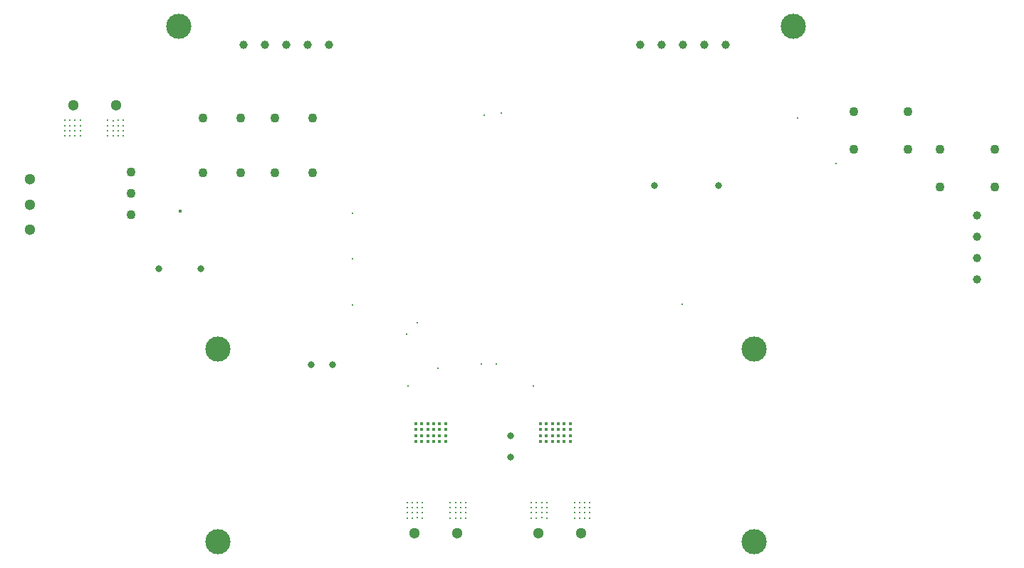
<source format=gbr>
%TF.GenerationSoftware,KiCad,Pcbnew,(7.0.0)*%
%TF.CreationDate,2023-10-30T21:57:32-03:00*%
%TF.ProjectId,Main_Board_COYOTE_TB67H451AFNG,4d61696e-5f42-46f6-9172-645f434f594f,rev?*%
%TF.SameCoordinates,Original*%
%TF.FileFunction,Plated,1,2,PTH,Drill*%
%TF.FilePolarity,Positive*%
%FSLAX46Y46*%
G04 Gerber Fmt 4.6, Leading zero omitted, Abs format (unit mm)*
G04 Created by KiCad (PCBNEW (7.0.0)) date 2023-10-30 21:57:32*
%MOMM*%
%LPD*%
G01*
G04 APERTURE LIST*
%TA.AperFunction,ViaDrill*%
%ADD10C,0.300000*%
%TD*%
%TA.AperFunction,ComponentDrill*%
%ADD11C,0.300000*%
%TD*%
%TA.AperFunction,ViaDrill*%
%ADD12C,0.400000*%
%TD*%
%TA.AperFunction,ComponentDrill*%
%ADD13C,0.400000*%
%TD*%
%TA.AperFunction,ComponentDrill*%
%ADD14C,0.800000*%
%TD*%
%TA.AperFunction,ComponentDrill*%
%ADD15C,1.000000*%
%TD*%
%TA.AperFunction,ComponentDrill*%
%ADD16C,1.100000*%
%TD*%
%TA.AperFunction,ComponentDrill*%
%ADD17C,1.300000*%
%TD*%
%TA.AperFunction,ComponentDrill*%
%ADD18C,3.000000*%
%TD*%
G04 APERTURE END LIST*
D10*
X132390000Y-102270000D03*
X132390000Y-107640000D03*
X132390000Y-113205000D03*
X138803750Y-116650000D03*
X139000002Y-122800000D03*
X140073750Y-115290000D03*
X142590000Y-120720000D03*
X147693750Y-120250000D03*
X148090000Y-90570000D03*
X149540000Y-120234500D03*
X150070000Y-90340000D03*
X153880000Y-122805000D03*
X171603000Y-113100000D03*
X185340000Y-90940000D03*
X189920000Y-96320000D03*
D11*
%TO.C,J2*%
X98220000Y-91200000D03*
X98220000Y-91820000D03*
X98220000Y-92420000D03*
X98220000Y-93040000D03*
X98820000Y-91200000D03*
X98820000Y-91820000D03*
X98820000Y-92420000D03*
X98820000Y-93040000D03*
X99420000Y-91200000D03*
X99420000Y-91820000D03*
X99420000Y-92420000D03*
X99420000Y-93040000D03*
X100020000Y-91200000D03*
X100020000Y-91820000D03*
X100020000Y-92420000D03*
X100020000Y-93040000D03*
X103320000Y-91200000D03*
X103320000Y-91820000D03*
X103320000Y-92420000D03*
X103320000Y-93040000D03*
X103920000Y-91220000D03*
X103920000Y-91840000D03*
X103920000Y-92440000D03*
X103920000Y-93060000D03*
X104520000Y-91200000D03*
X104520000Y-91820000D03*
X104520000Y-92420000D03*
X104520000Y-93040000D03*
X105120000Y-91200000D03*
X105120000Y-91820000D03*
X105120000Y-92420000D03*
X105120000Y-93040000D03*
%TO.C,J6*%
X138940000Y-136710000D03*
X138940000Y-137330000D03*
X138940000Y-137930000D03*
X138940000Y-138550000D03*
X139540000Y-136710000D03*
X139540000Y-137330000D03*
X139540000Y-137930000D03*
X139540000Y-138550000D03*
X140140000Y-136690000D03*
X140140000Y-137310000D03*
X140140000Y-137910000D03*
X140140000Y-138530000D03*
X140740000Y-136710000D03*
X140740000Y-137330000D03*
X140740000Y-137930000D03*
X140740000Y-138550000D03*
X144040000Y-136710000D03*
X144040000Y-137330000D03*
X144040000Y-137930000D03*
X144040000Y-138550000D03*
X144640000Y-136710000D03*
X144640000Y-137330000D03*
X144640000Y-137930000D03*
X144640000Y-138550000D03*
X145240000Y-136710000D03*
X145240000Y-137330000D03*
X145240000Y-137930000D03*
X145240000Y-138550000D03*
X145840000Y-136710000D03*
X145840000Y-137330000D03*
X145840000Y-137930000D03*
X145840000Y-138550000D03*
%TO.C,J5*%
X153683321Y-136710000D03*
X153683321Y-137330000D03*
X153683321Y-137930000D03*
X153683321Y-138550000D03*
X154283321Y-136710000D03*
X154283321Y-137330000D03*
X154283321Y-137930000D03*
X154283321Y-138550000D03*
X154883321Y-136690000D03*
X154883321Y-137310000D03*
X154883321Y-137910000D03*
X154883321Y-138530000D03*
X155483321Y-136710000D03*
X155483321Y-137330000D03*
X155483321Y-137930000D03*
X155483321Y-138550000D03*
X158783321Y-136710000D03*
X158783321Y-137330000D03*
X158783321Y-137930000D03*
X158783321Y-138550000D03*
X159383321Y-136710000D03*
X159383321Y-137330000D03*
X159383321Y-137930000D03*
X159383321Y-138550000D03*
X159983321Y-136710000D03*
X159983321Y-137330000D03*
X159983321Y-137930000D03*
X159983321Y-138550000D03*
X160583321Y-136710000D03*
X160583321Y-137330000D03*
X160583321Y-137930000D03*
X160583321Y-138550000D03*
%TD*%
D12*
X111940000Y-101990000D03*
D13*
%TO.C,U5*%
X139955000Y-127340000D03*
X139955000Y-128040000D03*
X139955000Y-128740000D03*
X139955000Y-129440000D03*
X140655000Y-127340000D03*
X140655000Y-128040000D03*
X140655000Y-128740000D03*
X140655000Y-129440000D03*
X141355000Y-127340000D03*
X141355000Y-128040000D03*
X141355000Y-128740000D03*
X141355000Y-129440000D03*
X142055000Y-127340000D03*
X142055000Y-128040000D03*
X142055000Y-128740000D03*
X142055000Y-129440000D03*
X142755000Y-127340000D03*
X142755000Y-128040000D03*
X142755000Y-128740000D03*
X142755000Y-129440000D03*
X143455000Y-127340000D03*
X143455000Y-128040000D03*
X143455000Y-128740000D03*
X143455000Y-129440000D03*
%TO.C,U4*%
X154775000Y-127340000D03*
X154775000Y-128040000D03*
X154775000Y-128740000D03*
X154775000Y-129440000D03*
X155475000Y-127340000D03*
X155475000Y-128040000D03*
X155475000Y-128740000D03*
X155475000Y-129440000D03*
X156175000Y-127340000D03*
X156175000Y-128040000D03*
X156175000Y-128740000D03*
X156175000Y-129440000D03*
X156875000Y-127340000D03*
X156875000Y-128040000D03*
X156875000Y-128740000D03*
X156875000Y-129440000D03*
X157575000Y-127340000D03*
X157575000Y-128040000D03*
X157575000Y-128740000D03*
X157575000Y-129440000D03*
X158275000Y-127340000D03*
X158275000Y-128040000D03*
X158275000Y-128740000D03*
X158275000Y-129440000D03*
D14*
%TO.C,C1*%
X109360000Y-108850000D03*
X114360000Y-108850000D03*
%TO.C,C11*%
X127504888Y-120330000D03*
X130004888Y-120330000D03*
%TO.C,C12*%
X151170000Y-128770000D03*
X151170000Y-131270000D03*
%TO.C,BZ1*%
X168342500Y-98980000D03*
X175942500Y-98980000D03*
D15*
%TO.C,J4*%
X119421250Y-82205000D03*
X121961250Y-82205000D03*
X124501250Y-82205000D03*
X127041250Y-82205000D03*
X129581250Y-82205000D03*
%TO.C,J3*%
X166586250Y-82205000D03*
X169126250Y-82205000D03*
X171666250Y-82205000D03*
X174206250Y-82205000D03*
X176746250Y-82205000D03*
%TO.C,J1*%
X206650000Y-102480000D03*
X206650000Y-105020000D03*
X206650000Y-107560000D03*
X206650000Y-110100000D03*
D16*
%TO.C,U2*%
X106042500Y-97370000D03*
X106042500Y-99910000D03*
X106042500Y-102450000D03*
%TO.C,SW2*%
X114642500Y-90930000D03*
X114642500Y-97430000D03*
X119142500Y-90930000D03*
X119142500Y-97430000D03*
%TO.C,SW3*%
X123192500Y-90930000D03*
X123192500Y-97430000D03*
X127692500Y-90930000D03*
X127692500Y-97430000D03*
%TO.C,EN1*%
X191972500Y-90131000D03*
X191972500Y-94631000D03*
X198472500Y-90131000D03*
X198472500Y-94631000D03*
%TO.C,BOOT1*%
X202281250Y-94631000D03*
X202281250Y-99131000D03*
X208781250Y-94631000D03*
X208781250Y-99131000D03*
D17*
%TO.C,SW1*%
X94042500Y-98239000D03*
X94042500Y-101239000D03*
X94042500Y-104239000D03*
%TO.C,J2*%
X99180000Y-89420000D03*
X104260000Y-89420000D03*
%TO.C,J6*%
X139800000Y-140330000D03*
X144880000Y-140330000D03*
%TO.C,J5*%
X154543321Y-140330000D03*
X159623321Y-140330000D03*
D18*
%TO.C,H6*%
X111781250Y-79980000D03*
%TO.C,H1*%
X116382500Y-118410000D03*
%TO.C,H4*%
X116382500Y-141400000D03*
%TO.C,H2*%
X180178850Y-118410000D03*
%TO.C,H3*%
X180178850Y-141400000D03*
%TO.C,H5*%
X184781250Y-79980000D03*
M02*

</source>
